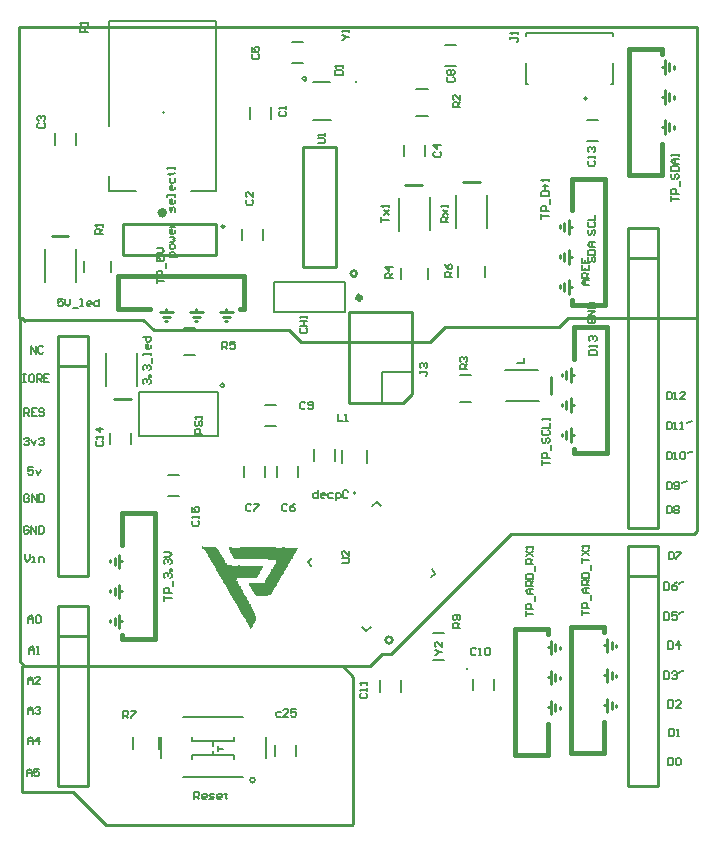
<source format=gto>
G04*
G04 #@! TF.GenerationSoftware,Altium Limited,Altium Designer,24.2.2 (26)*
G04*
G04 Layer_Color=65535*
%FSLAX44Y44*%
%MOMM*%
G71*
G04*
G04 #@! TF.SameCoordinates,124A1895-3AD2-4E28-9B74-7A6451F43074*
G04*
G04*
G04 #@! TF.FilePolarity,Positive*
G04*
G01*
G75*
%ADD10C,0.1524*%
%ADD11C,0.4000*%
%ADD12C,0.5080*%
%ADD13C,0.1000*%
%ADD14C,0.2540*%
%ADD15C,0.2000*%
%ADD16C,0.3810*%
%ADD17C,0.1270*%
%ADD18C,0.1999*%
%ADD19C,0.2286*%
%ADD20C,0.2032*%
%ADD21C,0.1778*%
G36*
X193562Y240492D02*
X202142Y240283D01*
X203118Y240422D01*
X208280Y240283D01*
X208838Y240143D01*
X209815Y239864D01*
X211977Y239934D01*
X212884Y239864D01*
X213302Y240004D01*
X214279Y240143D01*
X214976Y240422D01*
X215674Y240283D01*
X215883Y240073D01*
X215953Y239445D01*
X215674Y238748D01*
X215395Y238469D01*
X215116Y238329D01*
X214767Y237562D01*
X214488Y236446D01*
X213860Y235818D01*
X213581Y235679D01*
X213372Y235470D01*
X213232Y234911D01*
X213093Y233935D01*
X212326Y233168D01*
X212117Y233098D01*
X211837Y232400D01*
X211698Y231563D01*
X211070Y230796D01*
X210861Y230587D01*
X210721Y230308D01*
X210024Y229052D01*
X209466Y228494D01*
X209326Y227657D01*
X208908Y226960D01*
X208071Y226122D01*
X207931Y225704D01*
Y225564D01*
X207792Y224727D01*
X207443Y224239D01*
X207164Y224100D01*
X206955Y223890D01*
X206815Y223611D01*
X206536Y222914D01*
X205978Y221937D01*
X205699Y221658D01*
X205281Y220682D01*
X204862Y219984D01*
X204653Y219775D01*
X204374Y219635D01*
X204165Y219426D01*
X204025Y218868D01*
X203816Y217961D01*
X203467Y217473D01*
X202979Y217124D01*
X202630Y216775D01*
X202142Y215450D01*
X201932Y215241D01*
X201793Y214962D01*
X201514Y214683D01*
X201374Y214404D01*
X200677Y213148D01*
X200258Y212730D01*
X199979Y212032D01*
X199770Y211265D01*
X199561Y211056D01*
X199491Y210847D01*
X199212Y210707D01*
X198724Y210219D01*
X198445Y209521D01*
X198305Y208824D01*
X197677Y208056D01*
X197468Y207847D01*
X197329Y207568D01*
X196631Y206313D01*
X196352Y206033D01*
X196073Y205336D01*
X195445Y204150D01*
X195166Y204011D01*
X194818Y203662D01*
X194538Y202964D01*
X194329Y202057D01*
X194120Y201848D01*
X193981Y201569D01*
X193422Y201011D01*
X193283Y200732D01*
X192655Y199965D01*
X191679Y199686D01*
X190284Y199546D01*
X187912Y199267D01*
X186028Y199058D01*
X184912Y198919D01*
X184285Y198849D01*
X183866Y198988D01*
X183448Y198849D01*
X181913Y198988D01*
X180658Y199686D01*
X179541Y200802D01*
X179262Y200941D01*
X179053Y201151D01*
X178774Y202267D01*
X178635Y202964D01*
X178286Y203313D01*
X178007Y203453D01*
X177798Y203662D01*
X177519Y204638D01*
X177240Y205336D01*
X176542Y206033D01*
X176193Y206940D01*
X175844Y207428D01*
X175635Y207638D01*
X175356Y207777D01*
X175007Y208126D01*
X174868Y208684D01*
X175007Y209661D01*
X175217Y209870D01*
X175775Y210009D01*
X179820Y209870D01*
X180239Y210009D01*
X185889Y209940D01*
X186587Y210079D01*
X187284Y210358D01*
X188051Y210847D01*
X188191Y212102D01*
X188470Y212800D01*
X189447Y213358D01*
X189656Y213567D01*
X189586Y214753D01*
X189865Y215450D01*
X190144Y215590D01*
X190911Y216217D01*
X191121Y216985D01*
X191818Y217822D01*
X192167Y218729D01*
X192446Y219426D01*
X192934Y219914D01*
X193562Y220263D01*
X193701Y222077D01*
X194050Y222426D01*
X194748Y222844D01*
X194957Y223053D01*
X195096Y224169D01*
X195585Y224797D01*
X195864Y224937D01*
X196073Y225146D01*
X196352Y225844D01*
X196771Y226541D01*
X196980Y226750D01*
X197259Y226890D01*
X197468Y227099D01*
X197608Y227657D01*
X197747Y229750D01*
X197398Y230098D01*
X196422Y230238D01*
X194608Y230098D01*
X188470Y230378D01*
X177449Y230517D01*
X164684Y230587D01*
X163777Y230517D01*
X163359Y230657D01*
X162521Y230796D01*
X161894Y231284D01*
X161336Y232679D01*
X160359Y233656D01*
X160150Y234981D01*
X159801Y235470D01*
X159313Y235818D01*
X159104Y236028D01*
X158685Y237702D01*
X157709Y238678D01*
X157848Y240073D01*
X158197Y240422D01*
X158755Y240562D01*
X160080Y240352D01*
X161196Y240213D01*
X162731Y240073D01*
X163777Y240004D01*
X164196Y240143D01*
X166707Y240283D01*
X167125Y240422D01*
X167683Y240562D01*
X174449Y240631D01*
X193562Y240492D01*
D02*
G37*
G36*
X135317Y242096D02*
X135806Y241747D01*
X136503Y240492D01*
X137689Y240422D01*
X138108Y240562D01*
X139084Y240422D01*
X139503Y240283D01*
X141316Y240422D01*
X147245Y240492D01*
X147803Y239934D01*
X147943Y239655D01*
X148431Y239027D01*
X148710Y238888D01*
X148919Y238678D01*
X149199Y237981D01*
X149687Y237074D01*
X150384Y236655D01*
X150594Y236028D01*
X150733Y234772D01*
X151849Y234074D01*
X152128Y233098D01*
X152547Y232400D01*
X153105Y231842D01*
X153314Y231075D01*
X153523Y230587D01*
X154012Y230098D01*
X154291Y229959D01*
X154500Y229750D01*
X154639Y228773D01*
X154779Y228076D01*
X155267Y227587D01*
X155546Y227448D01*
X155895Y227099D01*
X156104Y226192D01*
X156383Y225495D01*
X157360Y225076D01*
X164963Y225007D01*
X165312Y225076D01*
X165730Y224937D01*
X167125Y225076D01*
X167544Y224937D01*
X186028Y225007D01*
X186587Y224867D01*
X186866Y224588D01*
X186726Y223472D01*
X186447Y223193D01*
X186377Y222984D01*
X186098Y222844D01*
X185610Y222356D01*
X185471Y221798D01*
X185122Y220891D01*
X184494Y220263D01*
X184215Y219566D01*
X184006Y218659D01*
X183657Y218171D01*
X183169Y217822D01*
X182959Y217613D01*
X182820Y217055D01*
X182680Y216078D01*
X182192Y215590D01*
X181913Y215450D01*
X180937Y214474D01*
X180309Y214404D01*
X179611Y214543D01*
X174101Y214613D01*
X173682Y214474D01*
X165591Y214334D01*
X164475Y214195D01*
X164265Y213985D01*
X163986Y213009D01*
X164126Y212311D01*
X164475Y211963D01*
X165172Y211544D01*
X165381Y211335D01*
X165870Y210009D01*
X166497Y209382D01*
X166707Y208475D01*
X166916Y207987D01*
X167404Y207498D01*
X167683Y207359D01*
X168032Y207010D01*
X168172Y205475D01*
X168520Y205127D01*
X169288Y204778D01*
X169567Y204080D01*
X169497Y202894D01*
X169915Y202476D01*
X170543Y202127D01*
X170822Y201430D01*
X170962Y200872D01*
X171590Y200104D01*
X171799Y199895D01*
X172078Y198919D01*
X172217Y198640D01*
X172706Y198151D01*
X172985Y198012D01*
X173333Y197663D01*
X173473Y195989D01*
X174589Y195291D01*
X174868Y194594D01*
X174728Y193478D01*
X175077Y193129D01*
X175844Y192780D01*
X176124Y192083D01*
X176263Y190967D01*
X176751Y190478D01*
X177030Y190339D01*
X177379Y189572D01*
X177588Y188665D01*
X177937Y188176D01*
X178495Y187618D01*
X178844Y186154D01*
X179193Y185665D01*
X179611Y185247D01*
X179890Y184549D01*
X180030Y183573D01*
X180727Y182596D01*
X181006Y181620D01*
X181146Y179806D01*
X181006Y178969D01*
X180658Y178620D01*
X180378Y178481D01*
X180030Y178132D01*
X179751Y177434D01*
X179611Y176458D01*
X179262Y175970D01*
X178983Y175830D01*
X178495Y175342D01*
X178216Y174365D01*
X177937Y173668D01*
X177658Y173389D01*
X177519Y173110D01*
X176821Y171854D01*
X176193Y171645D01*
X175426Y171994D01*
X175287Y172552D01*
X175147Y174086D01*
X174449Y174784D01*
X174310Y175063D01*
X173891Y176039D01*
X173752Y176597D01*
X173124Y177225D01*
X172845Y177365D01*
X172636Y177574D01*
X172357Y178271D01*
X172217Y178829D01*
X171241Y180225D01*
X170543Y181480D01*
X170125Y181899D01*
X169846Y182596D01*
X169706Y183154D01*
X169218Y183782D01*
X168939Y183922D01*
X168590Y184270D01*
X168311Y185247D01*
X168172Y185805D01*
X167334Y186642D01*
X166497Y188176D01*
X166079Y188595D01*
X165800Y189572D01*
X165242Y190548D01*
X165033Y190757D01*
X164754Y190897D01*
X164544Y191525D01*
X164265Y192641D01*
X164056Y192990D01*
X163777Y193129D01*
X163498Y193408D01*
X163289Y193478D01*
X163010Y194175D01*
X162661Y195082D01*
X162033Y195710D01*
X161615Y196686D01*
X161475Y196965D01*
X161126Y197454D01*
X160847Y197593D01*
X160638Y197803D01*
X160359Y198919D01*
X160080Y199616D01*
X159731Y199965D01*
X159452Y200104D01*
X159104Y200453D01*
X158755Y201918D01*
X157987Y202685D01*
X157011Y204499D01*
X156732Y204778D01*
X156244Y206103D01*
X156104Y206382D01*
X155825Y206522D01*
X155197Y207150D01*
X155058Y207708D01*
X154918Y208545D01*
X153942Y209521D01*
X153523Y210498D01*
X153105Y211195D01*
X152686Y211614D01*
X152407Y212311D01*
X151919Y213218D01*
X151640Y213358D01*
X151291Y213706D01*
X150873Y215380D01*
X150524Y215729D01*
X150245Y215869D01*
X149896Y216078D01*
X149617Y216775D01*
X149478Y217892D01*
X148501Y218868D01*
X148222Y219845D01*
X148083Y220403D01*
X147245Y221240D01*
X146966Y221937D01*
X146548Y222635D01*
X145850Y223332D01*
X145641Y224658D01*
X145432Y224867D01*
X145292Y225146D01*
X144455Y225704D01*
X144316Y226262D01*
X144107Y227169D01*
X143758Y227657D01*
X143060Y228355D01*
X142851Y229122D01*
X142572Y229820D01*
X142084Y230308D01*
X141944Y230587D01*
X141177Y232052D01*
X140898Y232191D01*
X140549Y232540D01*
X140410Y233098D01*
X140131Y234354D01*
X139154Y235330D01*
X139015Y235888D01*
X138805Y236655D01*
X138387Y237074D01*
X138108Y237213D01*
X137619Y237702D01*
X137480Y237981D01*
X137131Y238469D01*
X136852Y238608D01*
X135736Y239306D01*
X135178Y239445D01*
X134690Y239515D01*
Y241608D01*
Y241747D01*
X134760Y242236D01*
X135317Y242096D01*
D02*
G37*
D10*
X179714Y43338D02*
G03*
X179714Y43338I-2048J0D01*
G01*
X264922Y286639D02*
G03*
X264922Y286639I-762J0D01*
G01*
X153688Y377714D02*
G03*
X153688Y377714I-1796J0D01*
G01*
X223284Y637032D02*
G03*
X223284Y637032I-1796J0D01*
G01*
X214630Y63754D02*
Y73406D01*
X196850Y63754D02*
Y73406D01*
X382270Y119634D02*
Y129286D01*
X364490Y119634D02*
Y129286D01*
X144514Y72146D02*
Y76210D01*
X144387Y64526D02*
Y68082D01*
X126612Y64420D02*
X162172D01*
X126612Y76358D02*
X162172D01*
X118992Y45878D02*
X169792D01*
X118992Y96678D02*
X169792D01*
X148710Y70008D02*
X152774D01*
X148710Y67976D02*
Y72040D01*
X162172Y60864D02*
Y64420D01*
X126612Y60864D02*
Y64420D01*
Y76358D02*
Y79660D01*
X162172Y76358D02*
Y79660D01*
X188842Y62388D02*
Y80168D01*
X99942Y62388D02*
Y80168D01*
X274447Y311905D02*
Y323094D01*
X253873Y311905D02*
Y323094D01*
X81534Y334772D02*
Y371856D01*
Y334772D02*
X148590D01*
Y371856D01*
X81534D02*
X148590D01*
X247650Y313944D02*
Y323596D01*
X229870Y313944D02*
Y323596D01*
X57150Y327914D02*
Y337566D01*
X74930Y327914D02*
Y337566D01*
X188214Y360680D02*
X197866D01*
X188214Y342900D02*
X197866D01*
X2240Y465074D02*
Y493014D01*
X28240Y465328D02*
Y493268D01*
X391922Y390190D02*
X419862D01*
X392176Y364190D02*
X420116D01*
X353314Y386050D02*
X362966D01*
X353314Y363250D02*
X362966D01*
X460756Y602234D02*
X470408D01*
X460756Y584454D02*
X470408D01*
X105918Y283972D02*
X115570D01*
X105918Y301752D02*
X115570D01*
X76230Y69850D02*
Y79502D01*
X99030Y69850D02*
Y79502D01*
X330454Y144810D02*
X340106D01*
X330454Y167610D02*
X340106D01*
X285750Y118364D02*
Y128016D01*
X303530Y118364D02*
Y128016D01*
X170180Y299974D02*
Y309626D01*
X187960Y299974D02*
Y309626D01*
X215900Y299974D02*
Y309626D01*
X198120Y299974D02*
Y309626D01*
X224454Y228216D02*
X227719Y224325D01*
X224454Y228216D02*
X228345Y231481D01*
X273887Y169483D02*
X277778Y172748D01*
X270622Y173375D02*
X273887Y169483D01*
X329381Y222114D02*
X332646Y218223D01*
X328755Y214958D02*
X332646Y218223D01*
X282982Y278986D02*
X286248Y275094D01*
X279091Y275721D02*
X282982Y278986D01*
X303306Y467614D02*
Y477266D01*
X326106Y467614D02*
Y477266D01*
X351820Y469138D02*
Y478790D01*
X374620Y469138D02*
Y478790D01*
X301706Y508508D02*
Y536448D01*
X327706Y508762D02*
Y536702D01*
X350474Y510540D02*
Y538480D01*
X376474Y510794D02*
Y538734D01*
X316484Y628620D02*
X326136D01*
X316484Y605820D02*
X326136D01*
X340614Y665480D02*
X350266D01*
X340614Y647700D02*
X350266D01*
X211074Y668020D02*
X220726D01*
X211074Y650240D02*
X220726D01*
X80056Y377190D02*
Y405130D01*
X54056Y376936D02*
Y404876D01*
X119651Y426187D02*
X129303D01*
X119651Y403386D02*
X129303D01*
X168910Y500380D02*
Y510032D01*
X186690Y500380D02*
Y510032D01*
X306070Y571754D02*
Y581406D01*
X323850Y571754D02*
Y581406D01*
X175260Y603504D02*
Y613156D01*
X193040Y603504D02*
Y613156D01*
X57882Y473456D02*
Y483108D01*
X35082Y473456D02*
Y483108D01*
X10160Y581406D02*
Y591058D01*
X27940Y581406D02*
Y591058D01*
D11*
X103346Y523692D02*
G03*
X103346Y523692I-2000J0D01*
G01*
D12*
X269013Y451725D02*
G03*
X269013Y451725I-1270J0D01*
G01*
D13*
X360326Y137668D02*
G03*
X360326Y137668I-916J0D01*
G01*
X266346Y634492D02*
G03*
X266346Y634492I-916J0D01*
G01*
D14*
X296138Y161976D02*
G03*
X296138Y161976I-2840J0D01*
G01*
X266027Y472186D02*
G03*
X266027Y472186I-2540J0D01*
G01*
X153908Y512052D02*
G03*
X153908Y512052I-1000J0D01*
G01*
X327660Y414020D02*
X340360Y426720D01*
X218440Y414020D02*
X327660D01*
X444500Y434340D02*
X553720D01*
X436880Y426720D02*
X444500Y434340D01*
X340360Y426720D02*
X436880D01*
X208280Y424180D02*
X218440Y414020D01*
X93980Y424180D02*
X208280D01*
X85090Y433070D02*
X93980Y424180D01*
X-16510Y433070D02*
X85090D01*
X-17780Y434340D02*
X-15240Y431800D01*
X526796Y590423D02*
Y601853D01*
X524188Y596138D02*
X526796D01*
X530606Y592963D02*
Y599313D01*
X534416Y594926D02*
Y596773D01*
X526796Y615823D02*
Y627253D01*
X524188Y621538D02*
X526796D01*
X530606Y618363D02*
Y624713D01*
X534416Y620326D02*
Y622173D01*
X526796Y641223D02*
Y652653D01*
X524188Y646938D02*
X526796D01*
X530606Y643763D02*
Y650113D01*
X534416Y645726D02*
Y647573D01*
X-17780Y139700D02*
X276860D01*
X287020Y149860D01*
X294640D01*
X396240Y251460D01*
X553720Y254000D02*
Y434340D01*
X551180Y251460D02*
X553720Y254000D01*
X396240Y251460D02*
X551180D01*
X-19050Y143510D02*
X-15240Y139700D01*
X-19050Y143510D02*
Y434340D01*
X-15240Y139700D02*
X58420D01*
X-17780Y33020D02*
Y139700D01*
Y33020D02*
X25400D01*
X53340Y5080D01*
X261620D01*
X262873Y6333D01*
Y130827D01*
X254000Y139700D02*
X262873Y130827D01*
X58420Y139700D02*
X254000D01*
X-20320Y434340D02*
X-17780D01*
X-20320D02*
Y680720D01*
X553720D01*
Y431800D02*
Y680720D01*
X101600Y609290D02*
Y609370D01*
X259842Y439928D02*
X312928D01*
X259842Y362712D02*
Y439928D01*
X312928Y370078D02*
Y439928D01*
X305562Y362712D02*
X312928Y370078D01*
X259842Y362712D02*
X305562D01*
X495300Y256540D02*
X520700D01*
X495300D02*
Y485140D01*
X520700D01*
Y281940D02*
Y510540D01*
X495300D02*
X520700D01*
X495300Y281940D02*
Y510540D01*
X520700Y256540D02*
Y485140D01*
X7620Y503936D02*
X21844D01*
X154490Y431800D02*
X156337D01*
X152527Y435610D02*
X158877D01*
X155702Y439420D02*
Y442028D01*
X149987Y439420D02*
X161417D01*
X129090Y431800D02*
X130937D01*
X127127Y435610D02*
X133477D01*
X130302Y439420D02*
Y442028D01*
X124587Y439420D02*
X136017D01*
X103690Y431800D02*
X105537D01*
X101727Y435610D02*
X108077D01*
X104902Y439420D02*
Y442028D01*
X99187Y439420D02*
X110617D01*
X439420Y334899D02*
Y336746D01*
X443230Y332359D02*
Y338709D01*
X447040Y335534D02*
X449648D01*
X447040Y329819D02*
Y341249D01*
X439420Y360299D02*
Y362146D01*
X443230Y357759D02*
Y364109D01*
X447040Y360934D02*
X449648D01*
X447040Y355219D02*
Y366649D01*
X439420Y385699D02*
Y387546D01*
X443230Y383159D02*
Y389509D01*
X447040Y386334D02*
X449648D01*
X447040Y380619D02*
Y392049D01*
X57150Y177165D02*
Y179012D01*
X60960Y174625D02*
Y180975D01*
X64770Y177800D02*
X67378D01*
X64770Y172085D02*
Y183515D01*
X57150Y202565D02*
Y204412D01*
X60960Y200025D02*
Y206375D01*
X64770Y203200D02*
X67378D01*
X64770Y197485D02*
Y208915D01*
X57150Y227965D02*
Y229812D01*
X60960Y225425D02*
Y231775D01*
X64770Y228600D02*
X67378D01*
X64770Y222885D02*
Y234315D01*
X485902Y156268D02*
Y158115D01*
X482092Y154305D02*
Y160655D01*
X475674Y157480D02*
X478282D01*
Y151765D02*
Y163195D01*
X485902Y130868D02*
Y132715D01*
X482092Y128905D02*
Y135255D01*
X475674Y132080D02*
X478282D01*
Y126365D02*
Y137795D01*
X485902Y105468D02*
Y107315D01*
X482092Y103505D02*
Y109855D01*
X475674Y106680D02*
X478282D01*
Y100965D02*
Y112395D01*
X437896Y154490D02*
Y156337D01*
X434086Y152527D02*
Y158877D01*
X427668Y155702D02*
X430276D01*
Y149987D02*
Y161417D01*
X437896Y129090D02*
Y130937D01*
X434086Y127127D02*
Y133477D01*
X427668Y130302D02*
X430276D01*
Y124587D02*
Y136017D01*
X437896Y103690D02*
Y105537D01*
X434086Y101727D02*
Y108077D01*
X427668Y104902D02*
X430276D01*
Y99187D02*
Y110617D01*
X430784Y370586D02*
Y384810D01*
X307086Y547370D02*
X321310D01*
X355854Y549402D02*
X370078D01*
X60452Y366268D02*
X74676D01*
X67818Y514604D02*
X146558D01*
Y487934D02*
Y514604D01*
X67818Y487934D02*
Y514604D01*
Y487934D02*
X146558D01*
X495300Y215900D02*
X520700D01*
Y38100D02*
Y241300D01*
X495300D02*
X520700D01*
X495300Y38100D02*
Y241300D01*
Y38100D02*
X520700D01*
X437896Y460375D02*
Y462222D01*
X441706Y457835D02*
Y464185D01*
X445516Y461010D02*
X448124D01*
X445516Y455295D02*
Y466725D01*
X437896Y485775D02*
Y487622D01*
X441706Y483235D02*
Y489585D01*
X445516Y486410D02*
X448124D01*
X445516Y480695D02*
Y492125D01*
X437896Y511175D02*
Y513022D01*
X441706Y508635D02*
Y514985D01*
X445516Y511810D02*
X448124D01*
X445516Y506095D02*
Y517525D01*
X12700Y215900D02*
X38100D01*
X12700D02*
Y419100D01*
X38100D01*
Y215900D02*
Y419100D01*
X12700Y393700D02*
X38100D01*
X12700Y190500D02*
X25400D01*
X12700Y165100D02*
Y190500D01*
Y165100D02*
X38100D01*
Y38100D02*
Y165100D01*
X12700Y38100D02*
X38100D01*
X12700D02*
Y165100D01*
X38100D02*
Y190500D01*
X25400D02*
X38100D01*
D15*
X460824Y620492D02*
G03*
X460824Y620492I-1000J0D01*
G01*
D16*
X524256Y555498D02*
Y582168D01*
X496316Y555498D02*
X524256D01*
Y658368D02*
Y662178D01*
X496316D02*
X524256D01*
X496316Y555498D02*
Y662178D01*
X64262Y469900D02*
X170942D01*
Y441960D02*
Y469900D01*
X167132Y441960D02*
X170942D01*
X64262D02*
Y469900D01*
Y441960D02*
X90932D01*
X477520Y320294D02*
Y426974D01*
X449580Y320294D02*
X477520D01*
X449580D02*
Y324104D01*
Y426974D02*
X477520D01*
X449580Y400304D02*
Y426974D01*
X95250Y162560D02*
Y269240D01*
X67310Y162560D02*
X95250D01*
X67310D02*
Y166370D01*
Y269240D02*
X95250D01*
X67310Y242570D02*
Y269240D01*
X447802Y66040D02*
Y172720D01*
X475742D01*
Y168910D02*
Y172720D01*
X447802Y66040D02*
X475742D01*
Y92710D01*
X399796Y64262D02*
Y170942D01*
X427736D01*
Y167132D02*
Y170942D01*
X399796Y64262D02*
X427736D01*
Y90932D01*
X475996Y445770D02*
Y552450D01*
X448056Y445770D02*
X475996D01*
X448056D02*
Y449580D01*
Y552450D02*
X475996D01*
X448056Y525780D02*
Y552450D01*
D17*
X56600Y542370D02*
Y554426D01*
Y542370D02*
X79502D01*
X56600Y686370D02*
X146600D01*
Y542370D02*
Y686370D01*
X125730Y542370D02*
X146600D01*
X56600Y596870D02*
Y686370D01*
X287020Y388620D02*
X312420D01*
X287020Y363220D02*
Y388620D01*
X409324Y675992D02*
X483324D01*
X409324Y673292D02*
Y675992D01*
X483324Y673292D02*
Y675992D01*
X409324Y632992D02*
X411124D01*
X481524D02*
X483324D01*
X409324D02*
Y650542D01*
X483324Y632992D02*
Y650542D01*
D18*
X196159Y464820D02*
X255961D01*
Y439509D02*
Y464820D01*
X196159Y439509D02*
X255961D01*
X196159D02*
Y464820D01*
D19*
X248501Y477378D02*
Y579278D01*
X220815D02*
X248501D01*
X220815Y477378D02*
Y579278D01*
Y477378D02*
X248501D01*
D20*
X228840Y602234D02*
X243840D01*
X228600Y634746D02*
X243600D01*
D21*
X201844Y101260D02*
X198670D01*
X197612Y100202D01*
Y98086D01*
X198670Y97028D01*
X201844D01*
X208192D02*
X203960D01*
X208192Y101260D01*
Y102318D01*
X207134Y103376D01*
X205018D01*
X203960Y102318D01*
X214540Y103376D02*
X210308D01*
Y100202D01*
X212424Y101260D01*
X213482D01*
X214540Y100202D01*
Y98086D01*
X213482Y97028D01*
X211366D01*
X210308Y98086D01*
X530098Y236726D02*
Y230378D01*
X533272D01*
X534330Y231436D01*
Y235668D01*
X533272Y236726D01*
X530098D01*
X536446D02*
X540678D01*
Y235668D01*
X536446Y231436D01*
Y230378D01*
X530648Y86630D02*
Y80282D01*
X533822D01*
X534880Y81340D01*
Y85572D01*
X533822Y86630D01*
X530648D01*
X536996Y80282D02*
X539112D01*
X538054D01*
Y86630D01*
X536996Y85572D01*
X529590Y111032D02*
Y104685D01*
X532764D01*
X533822Y105743D01*
Y109974D01*
X532764Y111032D01*
X529590D01*
X540170Y104685D02*
X535938D01*
X540170Y108917D01*
Y109974D01*
X539112Y111032D01*
X536996D01*
X535938Y109974D01*
X526416Y135435D02*
Y129087D01*
X529590D01*
X530648Y130145D01*
Y134377D01*
X529590Y135435D01*
X526416D01*
X532764Y134377D02*
X533822Y135435D01*
X535938D01*
X536996Y134377D01*
Y133319D01*
X535938Y132261D01*
X534880D01*
X535938D01*
X536996Y131203D01*
Y130145D01*
X535938Y129087D01*
X533822D01*
X532764Y130145D01*
X539112Y134377D02*
X540170Y135435D01*
X542286D01*
X543344Y136493D01*
X529590Y160895D02*
Y154547D01*
X532764D01*
X533822Y155605D01*
Y159837D01*
X532764Y160895D01*
X529590D01*
X539112Y154547D02*
Y160895D01*
X535938Y157721D01*
X540170D01*
X526416Y185297D02*
Y178949D01*
X529590D01*
X530648Y180007D01*
Y184239D01*
X529590Y185297D01*
X526416D01*
X536996D02*
X532764D01*
Y182123D01*
X534880Y183181D01*
X535938D01*
X536996Y182123D01*
Y180007D01*
X535938Y178949D01*
X533822D01*
X532764Y180007D01*
X539112Y184239D02*
X540170Y185297D01*
X542286D01*
X543344Y186355D01*
X526416Y210758D02*
Y204410D01*
X529590D01*
X530648Y205468D01*
Y209700D01*
X529590Y210758D01*
X526416D01*
X536996D02*
X534880Y209700D01*
X532764Y207584D01*
Y205468D01*
X533822Y204410D01*
X535938D01*
X536996Y205468D01*
Y206526D01*
X535938Y207584D01*
X532764D01*
X539112Y209700D02*
X540170Y210758D01*
X542286D01*
X543344Y211816D01*
X529590Y62228D02*
Y55880D01*
X532764D01*
X533822Y56938D01*
Y61170D01*
X532764Y62228D01*
X529590D01*
X535938Y61170D02*
X536996Y62228D01*
X539112D01*
X540170Y61170D01*
Y56938D01*
X539112Y55880D01*
X536996D01*
X535938Y56938D01*
Y61170D01*
X-9906Y404368D02*
Y410716D01*
X-5674Y404368D01*
Y410716D01*
X674Y409658D02*
X-384Y410716D01*
X-2500D01*
X-3558Y409658D01*
Y405426D01*
X-2500Y404368D01*
X-384D01*
X674Y405426D01*
X-16510Y386840D02*
X-14394D01*
X-15452D01*
Y380492D01*
X-16510D01*
X-14394D01*
X-8046Y386840D02*
X-10162D01*
X-11220Y385782D01*
Y381550D01*
X-10162Y380492D01*
X-8046D01*
X-6988Y381550D01*
Y385782D01*
X-8046Y386840D01*
X-4872Y380492D02*
Y386840D01*
X-1698D01*
X-640Y385782D01*
Y383666D01*
X-1698Y382608D01*
X-4872D01*
X-2756D02*
X-640Y380492D01*
X5708Y386840D02*
X1476D01*
Y380492D01*
X5708D01*
X1476Y383666D02*
X3592D01*
X462884Y509438D02*
X461827Y508380D01*
Y506264D01*
X462884Y505206D01*
X463942D01*
X465000Y506264D01*
Y508380D01*
X466059Y509438D01*
X467116D01*
X468174Y508380D01*
Y506264D01*
X467116Y505206D01*
X462884Y515786D02*
X461827Y514728D01*
Y512612D01*
X462884Y511554D01*
X467116D01*
X468174Y512612D01*
Y514728D01*
X467116Y515786D01*
X461827Y517902D02*
X468174D01*
Y522134D01*
X462884Y486070D02*
X461827Y485012D01*
Y482896D01*
X462884Y481838D01*
X463942D01*
X465000Y482896D01*
Y485012D01*
X466059Y486070D01*
X467116D01*
X468174Y485012D01*
Y482896D01*
X467116Y481838D01*
X461827Y488186D02*
X468174D01*
Y491360D01*
X467116Y492418D01*
X462884D01*
X461827Y491360D01*
Y488186D01*
X468174Y494534D02*
X463942D01*
X461827Y496650D01*
X463942Y498766D01*
X468174D01*
X465000D01*
Y494534D01*
X462788Y462534D02*
X458556D01*
X456440Y464650D01*
X458556Y466766D01*
X462788D01*
X459614D01*
Y462534D01*
X462788Y468882D02*
X456440D01*
Y472056D01*
X457498Y473114D01*
X459614D01*
X460672Y472056D01*
Y468882D01*
Y470998D02*
X462788Y473114D01*
X456440Y479462D02*
Y475230D01*
X462788D01*
Y479462D01*
X459614Y475230D02*
Y477346D01*
X456440Y485810D02*
Y481578D01*
X459614D01*
Y483694D01*
Y481578D01*
X462788D01*
X462884Y434508D02*
X461827Y433450D01*
Y431334D01*
X462884Y430276D01*
X467116D01*
X468174Y431334D01*
Y433450D01*
X467116Y434508D01*
X465000D01*
Y432392D01*
X468174Y436624D02*
X461827D01*
X468174Y440856D01*
X461827D01*
Y442972D02*
X468174D01*
Y446146D01*
X467116Y447204D01*
X462884D01*
X461827Y446146D01*
Y442972D01*
X462724Y403352D02*
X469072D01*
Y406526D01*
X468014Y407584D01*
X463782D01*
X462724Y406526D01*
Y403352D01*
X469072Y409700D02*
Y411816D01*
Y410758D01*
X462724D01*
X463782Y409700D01*
Y414990D02*
X462724Y416048D01*
Y418164D01*
X463782Y419222D01*
X464840D01*
X465898Y418164D01*
Y417106D01*
Y418164D01*
X466956Y419222D01*
X468014D01*
X469072Y418164D01*
Y416048D01*
X468014Y414990D01*
X528320Y372108D02*
Y365760D01*
X531494D01*
X532552Y366818D01*
Y371050D01*
X531494Y372108D01*
X528320D01*
X534668Y365760D02*
X536784D01*
X535726D01*
Y372108D01*
X534668Y371050D01*
X544190Y365760D02*
X539958D01*
X544190Y369992D01*
Y371050D01*
X543132Y372108D01*
X541016D01*
X539958Y371050D01*
X528320Y346708D02*
Y340360D01*
X531494D01*
X532552Y341418D01*
Y345650D01*
X531494Y346708D01*
X528320D01*
X534668Y340360D02*
X536784D01*
X535726D01*
Y346708D01*
X534668Y345650D01*
X539958Y340360D02*
X542074D01*
X541016D01*
Y346708D01*
X539958Y345650D01*
X545248D02*
X546306Y346708D01*
X548422D01*
X549480Y347766D01*
X528320Y321308D02*
Y314960D01*
X531494D01*
X532552Y316018D01*
Y320250D01*
X531494Y321308D01*
X528320D01*
X534668Y314960D02*
X536784D01*
X535726D01*
Y321308D01*
X534668Y320250D01*
X539958D02*
X541016Y321308D01*
X543132D01*
X544190Y320250D01*
Y316018D01*
X543132Y314960D01*
X541016D01*
X539958Y316018D01*
Y320250D01*
X546306D02*
X547364Y321308D01*
X549480D01*
X550538Y322366D01*
X528320Y295908D02*
Y289560D01*
X531494D01*
X532552Y290618D01*
Y294850D01*
X531494Y295908D01*
X528320D01*
X534668Y290618D02*
X535726Y289560D01*
X537842D01*
X538900Y290618D01*
Y294850D01*
X537842Y295908D01*
X535726D01*
X534668Y294850D01*
Y293792D01*
X535726Y292734D01*
X538900D01*
X541016Y294850D02*
X542074Y295908D01*
X544190D01*
X545248Y296966D01*
X528320Y275588D02*
Y269240D01*
X531494D01*
X532552Y270298D01*
Y274530D01*
X531494Y275588D01*
X528320D01*
X534668Y274530D02*
X535726Y275588D01*
X537842D01*
X538900Y274530D01*
Y273472D01*
X537842Y272414D01*
X538900Y271356D01*
Y270298D01*
X537842Y269240D01*
X535726D01*
X534668Y270298D01*
Y271356D01*
X535726Y272414D01*
X534668Y273472D01*
Y274530D01*
X535726Y272414D02*
X537842D01*
X-15494Y351790D02*
Y358138D01*
X-12320D01*
X-11262Y357080D01*
Y354964D01*
X-12320Y353906D01*
X-15494D01*
X-13378D02*
X-11262Y351790D01*
X-4914Y358138D02*
X-9146D01*
Y351790D01*
X-4914D01*
X-9146Y354964D02*
X-7030D01*
X1434Y357080D02*
X376Y358138D01*
X-1740D01*
X-2798Y357080D01*
Y356022D01*
X-1740Y354964D01*
X376D01*
X1434Y353906D01*
Y352848D01*
X376Y351790D01*
X-1740D01*
X-2798Y352848D01*
X-14986Y234440D02*
Y230208D01*
X-12870Y228092D01*
X-10754Y230208D01*
Y234440D01*
X-8638Y228092D02*
X-6522D01*
X-7580D01*
Y232324D01*
X-8638D01*
X-3348Y228092D02*
Y232324D01*
X-174D01*
X884Y231266D01*
Y228092D01*
X-11770Y257258D02*
X-12828Y258316D01*
X-14944D01*
X-16002Y257258D01*
Y253026D01*
X-14944Y251968D01*
X-12828D01*
X-11770Y253026D01*
Y255142D01*
X-13886D01*
X-9654Y251968D02*
Y258316D01*
X-5422Y251968D01*
Y258316D01*
X-3306D02*
Y251968D01*
X-132D01*
X926Y253026D01*
Y257258D01*
X-132Y258316D01*
X-3306D01*
X-11262Y284182D02*
X-12320Y285240D01*
X-14436D01*
X-15494Y284182D01*
Y279950D01*
X-14436Y278892D01*
X-12320D01*
X-11262Y279950D01*
Y282066D01*
X-13378D01*
X-9146Y278892D02*
Y285240D01*
X-4914Y278892D01*
Y285240D01*
X-2798D02*
Y278892D01*
X376D01*
X1434Y279950D01*
Y284182D01*
X376Y285240D01*
X-2798D01*
X-7960Y308354D02*
X-12192D01*
Y305180D01*
X-10076Y306238D01*
X-9018D01*
X-7960Y305180D01*
Y303064D01*
X-9018Y302006D01*
X-11134D01*
X-12192Y303064D01*
X-5844Y306238D02*
X-3728Y302006D01*
X-1612Y306238D01*
X-15748Y332188D02*
X-14690Y333246D01*
X-12574D01*
X-11516Y332188D01*
Y331130D01*
X-12574Y330072D01*
X-13632D01*
X-12574D01*
X-11516Y329014D01*
Y327956D01*
X-12574Y326898D01*
X-14690D01*
X-15748Y327956D01*
X-9400Y331130D02*
X-7284Y326898D01*
X-5168Y331130D01*
X-3052Y332188D02*
X-1994Y333246D01*
X122D01*
X1180Y332188D01*
Y331130D01*
X122Y330072D01*
X-936D01*
X122D01*
X1180Y329014D01*
Y327956D01*
X122Y326898D01*
X-1994D01*
X-3052Y327956D01*
X-13462Y46482D02*
Y50714D01*
X-11346Y52830D01*
X-9230Y50714D01*
Y46482D01*
Y49656D01*
X-13462D01*
X-2882Y52830D02*
X-7114D01*
Y49656D01*
X-4998Y50714D01*
X-3940D01*
X-2882Y49656D01*
Y47540D01*
X-3940Y46482D01*
X-6056D01*
X-7114Y47540D01*
X-12700Y73660D02*
Y77892D01*
X-10584Y80008D01*
X-8468Y77892D01*
Y73660D01*
Y76834D01*
X-12700D01*
X-3178Y73660D02*
Y80008D01*
X-6352Y76834D01*
X-2120D01*
X-12446Y99314D02*
Y103546D01*
X-10330Y105662D01*
X-8214Y103546D01*
Y99314D01*
Y102488D01*
X-12446D01*
X-6098Y104604D02*
X-5040Y105662D01*
X-2924D01*
X-1866Y104604D01*
Y103546D01*
X-2924Y102488D01*
X-3982D01*
X-2924D01*
X-1866Y101430D01*
Y100372D01*
X-2924Y99314D01*
X-5040D01*
X-6098Y100372D01*
X-12700Y124714D02*
Y128946D01*
X-10584Y131062D01*
X-8468Y128946D01*
Y124714D01*
Y127888D01*
X-12700D01*
X-2120Y124714D02*
X-6352D01*
X-2120Y128946D01*
Y130004D01*
X-3178Y131062D01*
X-5294D01*
X-6352Y130004D01*
X-12192Y176530D02*
Y180762D01*
X-10076Y182878D01*
X-7960Y180762D01*
Y176530D01*
Y179704D01*
X-12192D01*
X-5844Y181820D02*
X-4786Y182878D01*
X-2670D01*
X-1612Y181820D01*
Y177588D01*
X-2670Y176530D01*
X-4786D01*
X-5844Y177588D01*
Y181820D01*
X-11430Y150368D02*
Y154600D01*
X-9314Y156716D01*
X-7198Y154600D01*
Y150368D01*
Y153542D01*
X-11430D01*
X-5082Y150368D02*
X-2966D01*
X-4024D01*
Y156716D01*
X-5082Y155658D01*
X249768Y353694D02*
Y347346D01*
X254000D01*
X256116D02*
X258232D01*
X257174D01*
Y353694D01*
X256116Y352636D01*
X233260Y288712D02*
Y282364D01*
X230086D01*
X229028Y283422D01*
Y285538D01*
X230086Y286596D01*
X233260D01*
X238550Y282364D02*
X236434D01*
X235376Y283422D01*
Y285538D01*
X236434Y286596D01*
X238550D01*
X239608Y285538D01*
Y284480D01*
X235376D01*
X245956Y286596D02*
X242782D01*
X241724Y285538D01*
Y283422D01*
X242782Y282364D01*
X245956D01*
X248072Y280248D02*
Y286596D01*
X251246D01*
X252304Y285538D01*
Y283422D01*
X251246Y282364D01*
X248072D01*
X258652Y287654D02*
X257594Y288712D01*
X255478D01*
X254420Y287654D01*
Y283422D01*
X255478Y282364D01*
X257594D01*
X258652Y283422D01*
X127424Y262997D02*
X126366Y261939D01*
Y259823D01*
X127424Y258765D01*
X131656D01*
X132714Y259823D01*
Y261939D01*
X131656Y262997D01*
X132714Y265113D02*
Y267229D01*
Y266171D01*
X126366D01*
X127424Y265113D01*
X126366Y274635D02*
Y270403D01*
X129540D01*
X128482Y272519D01*
Y273577D01*
X129540Y274635D01*
X131656D01*
X132714Y273577D01*
Y271461D01*
X131656Y270403D01*
X46144Y330307D02*
X45086Y329249D01*
Y327133D01*
X46144Y326075D01*
X50376D01*
X51434Y327133D01*
Y329249D01*
X50376Y330307D01*
X51434Y332423D02*
Y334539D01*
Y333481D01*
X45086D01*
X46144Y332423D01*
X51434Y340887D02*
X45086D01*
X48260Y337713D01*
Y341945D01*
X462704Y567797D02*
X461646Y566739D01*
Y564623D01*
X462704Y563565D01*
X466936D01*
X467994Y564623D01*
Y566739D01*
X466936Y567797D01*
X467994Y569913D02*
Y572029D01*
Y570971D01*
X461646D01*
X462704Y569913D01*
Y575203D02*
X461646Y576261D01*
Y578377D01*
X462704Y579435D01*
X463762D01*
X464820Y578377D01*
Y577319D01*
Y578377D01*
X465878Y579435D01*
X466936D01*
X467994Y578377D01*
Y576261D01*
X466936Y575203D01*
X332106Y149650D02*
X333164D01*
X335280Y151766D01*
X333164Y153882D01*
X332106D01*
X335280Y151766D02*
X338454D01*
Y160230D02*
Y155998D01*
X334222Y160230D01*
X333164D01*
X332106Y159172D01*
Y157056D01*
X333164Y155998D01*
X253366Y670138D02*
X254424D01*
X256540Y672254D01*
X254424Y674370D01*
X253366D01*
X256540Y672254D02*
X259714D01*
Y676486D02*
Y678602D01*
Y677544D01*
X253366D01*
X254424Y676486D01*
X253366Y227120D02*
X258656D01*
X259714Y228178D01*
Y230294D01*
X258656Y231352D01*
X253366D01*
X259714Y237700D02*
Y233468D01*
X255482Y237700D01*
X254424D01*
X253366Y236642D01*
Y234526D01*
X254424Y233468D01*
X233046Y582508D02*
X238336D01*
X239394Y583566D01*
Y585682D01*
X238336Y586740D01*
X233046D01*
X239394Y588856D02*
Y590972D01*
Y589914D01*
X233046D01*
X234104Y588856D01*
X286894Y515580D02*
Y519812D01*
Y517696D01*
X293242D01*
X289010Y521928D02*
X293242Y526160D01*
X291126Y524044D01*
X289010Y526160D01*
X293242Y521928D01*
Y528276D02*
Y530392D01*
Y529334D01*
X286894D01*
X287952Y528276D01*
X532237Y533618D02*
Y537850D01*
Y535734D01*
X538585D01*
Y539966D02*
X532237D01*
Y543140D01*
X533295Y544198D01*
X535411D01*
X536469Y543140D01*
Y539966D01*
X539643Y546314D02*
Y550546D01*
X533295Y556894D02*
X532237Y555836D01*
Y553720D01*
X533295Y552662D01*
X534353D01*
X535411Y553720D01*
Y555836D01*
X536469Y556894D01*
X537527D01*
X538585Y555836D01*
Y553720D01*
X537527Y552662D01*
X532237Y559010D02*
X538585D01*
Y562184D01*
X537527Y563242D01*
X533295D01*
X532237Y562184D01*
Y559010D01*
X538585Y565358D02*
X534353D01*
X532237Y567474D01*
X534353Y569590D01*
X538585D01*
X535411D01*
Y565358D01*
X538585Y571706D02*
Y573822D01*
Y572764D01*
X532237D01*
X533295Y571706D01*
X423017Y310098D02*
Y314330D01*
Y312214D01*
X429365D01*
Y316446D02*
X423017D01*
Y319620D01*
X424075Y320678D01*
X426191D01*
X427249Y319620D01*
Y316446D01*
X430423Y322794D02*
Y327026D01*
X424075Y333374D02*
X423017Y332316D01*
Y330200D01*
X424075Y329142D01*
X425133D01*
X426191Y330200D01*
Y332316D01*
X427249Y333374D01*
X428307D01*
X429365Y332316D01*
Y330200D01*
X428307Y329142D01*
X424075Y339722D02*
X423017Y338664D01*
Y336548D01*
X424075Y335490D01*
X428307D01*
X429365Y336548D01*
Y338664D01*
X428307Y339722D01*
X423017Y341838D02*
X429365D01*
Y346070D01*
Y348186D02*
Y350302D01*
Y349244D01*
X423017D01*
X424075Y348186D01*
X422404Y518668D02*
Y522900D01*
Y520784D01*
X428752D01*
Y525016D02*
X422404D01*
Y528190D01*
X423462Y529248D01*
X425578D01*
X426636Y528190D01*
Y525016D01*
X429810Y531364D02*
Y535596D01*
X422404Y537712D02*
X428752D01*
Y540886D01*
X427694Y541944D01*
X423462D01*
X422404Y540886D01*
Y537712D01*
X425578Y544060D02*
Y548292D01*
X423462Y546176D02*
X427694D01*
X428752Y550408D02*
Y552524D01*
Y551466D01*
X422404D01*
X423462Y550408D01*
X456587Y183113D02*
Y187346D01*
Y185229D01*
X462935D01*
Y189461D02*
X456587D01*
Y192635D01*
X457645Y193693D01*
X459761D01*
X460819Y192635D01*
Y189461D01*
X463993Y195809D02*
Y200041D01*
X462935Y202157D02*
X458703D01*
X456587Y204273D01*
X458703Y206389D01*
X462935D01*
X459761D01*
Y202157D01*
X462935Y208505D02*
X456587D01*
Y211679D01*
X457645Y212737D01*
X459761D01*
X460819Y211679D01*
Y208505D01*
Y210621D02*
X462935Y212737D01*
X456587Y214853D02*
X462935D01*
Y218027D01*
X461877Y219085D01*
X457645D01*
X456587Y218027D01*
Y214853D01*
X463993Y221201D02*
Y225433D01*
X456587Y227549D02*
Y231781D01*
Y229665D01*
X462935D01*
X456587Y233897D02*
X462935Y238129D01*
X456587D02*
X462935Y233897D01*
Y240245D02*
Y242361D01*
Y241303D01*
X456587D01*
X457645Y240245D01*
X409301Y182212D02*
Y186444D01*
Y184328D01*
X415649D01*
Y188560D02*
X409301D01*
Y191734D01*
X410359Y192792D01*
X412475D01*
X413533Y191734D01*
Y188560D01*
X416707Y194908D02*
Y199140D01*
X415649Y201256D02*
X411417D01*
X409301Y203372D01*
X411417Y205488D01*
X415649D01*
X412475D01*
Y201256D01*
X415649Y207604D02*
X409301D01*
Y210778D01*
X410359Y211836D01*
X412475D01*
X413533Y210778D01*
Y207604D01*
Y209720D02*
X415649Y211836D01*
X409301Y213952D02*
X415649D01*
Y217126D01*
X414591Y218184D01*
X410359D01*
X409301Y217126D01*
Y213952D01*
X416707Y220300D02*
Y224532D01*
X415649Y226648D02*
X409301D01*
Y229822D01*
X410359Y230880D01*
X412475D01*
X413533Y229822D01*
Y226648D01*
Y228764D02*
X415649Y230880D01*
X409301Y232996D02*
X415649Y237228D01*
X409301D02*
X415649Y232996D01*
Y239344D02*
Y241460D01*
Y240402D01*
X409301D01*
X410359Y239344D01*
X96881Y463978D02*
Y468210D01*
Y466094D01*
X103229D01*
Y470326D02*
X96881D01*
Y473500D01*
X97939Y474558D01*
X100055D01*
X101113Y473500D01*
Y470326D01*
X104287Y476674D02*
Y480906D01*
X96881Y487254D02*
Y483022D01*
X100055D01*
X98997Y485138D01*
Y486196D01*
X100055Y487254D01*
X102171D01*
X103229Y486196D01*
Y484080D01*
X102171Y483022D01*
X96881Y489370D02*
X101113D01*
X103229Y491486D01*
X101113Y493602D01*
X96881D01*
X102977Y195269D02*
Y199501D01*
Y197385D01*
X109325D01*
Y201617D02*
X102977D01*
Y204791D01*
X104035Y205849D01*
X106151D01*
X107209Y204791D01*
Y201617D01*
X110383Y207965D02*
Y212197D01*
X104035Y214313D02*
X102977Y215371D01*
Y217487D01*
X104035Y218545D01*
X105093D01*
X106151Y217487D01*
Y216429D01*
Y217487D01*
X107209Y218545D01*
X108267D01*
X109325Y217487D01*
Y215371D01*
X108267Y214313D01*
X109325Y220661D02*
X108267D01*
Y221719D01*
X109325D01*
Y220661D01*
X104035Y225951D02*
X102977Y227009D01*
Y229125D01*
X104035Y230183D01*
X105093D01*
X106151Y229125D01*
Y228067D01*
Y229125D01*
X107209Y230183D01*
X108267D01*
X109325Y229125D01*
Y227009D01*
X108267Y225951D01*
X102977Y232299D02*
X107209D01*
X109325Y234415D01*
X107209Y236531D01*
X102977D01*
X343534Y515580D02*
X337186D01*
Y518754D01*
X338244Y519812D01*
X340360D01*
X341418Y518754D01*
Y515580D01*
Y517696D02*
X343534Y519812D01*
X339302Y521928D02*
X343534Y526160D01*
X341418Y524044D01*
X339302Y526160D01*
X343534Y521928D01*
Y528276D02*
Y530392D01*
Y529334D01*
X337186D01*
X338244Y528276D01*
X128486Y27306D02*
Y33654D01*
X131660D01*
X132718Y32596D01*
Y30480D01*
X131660Y29422D01*
X128486D01*
X130602D02*
X132718Y27306D01*
X138008D02*
X135892D01*
X134834Y28364D01*
Y30480D01*
X135892Y31538D01*
X138008D01*
X139066Y30480D01*
Y29422D01*
X134834D01*
X141182Y27306D02*
X144356D01*
X145414Y28364D01*
X144356Y29422D01*
X142240D01*
X141182Y30480D01*
X142240Y31538D01*
X145414D01*
X150704Y27306D02*
X148588D01*
X147530Y28364D01*
Y30480D01*
X148588Y31538D01*
X150704D01*
X151762Y30480D01*
Y29422D01*
X147530D01*
X154936Y32596D02*
Y31538D01*
X153878D01*
X155994D01*
X154936D01*
Y28364D01*
X155994Y27306D01*
X353694Y172510D02*
X347346D01*
Y175684D01*
X348404Y176742D01*
X350520D01*
X351578Y175684D01*
Y172510D01*
Y174626D02*
X353694Y176742D01*
X352636Y178858D02*
X353694Y179916D01*
Y182032D01*
X352636Y183090D01*
X348404D01*
X347346Y182032D01*
Y179916D01*
X348404Y178858D01*
X349462D01*
X350520Y179916D01*
Y183090D01*
X68370Y95886D02*
Y102234D01*
X71544D01*
X72602Y101176D01*
Y99060D01*
X71544Y98002D01*
X68370D01*
X70486D02*
X72602Y95886D01*
X74718Y102234D02*
X78950D01*
Y101176D01*
X74718Y96944D01*
Y95886D01*
X346836Y469436D02*
X340488D01*
Y472610D01*
X341546Y473668D01*
X343662D01*
X344720Y472610D01*
Y469436D01*
Y471552D02*
X346836Y473668D01*
X340488Y480016D02*
X341546Y477900D01*
X343662Y475784D01*
X345778D01*
X346836Y476842D01*
Y478958D01*
X345778Y480016D01*
X344720D01*
X343662Y478958D01*
Y475784D01*
X152190Y408306D02*
Y414654D01*
X155364D01*
X156422Y413596D01*
Y411480D01*
X155364Y410422D01*
X152190D01*
X154306D02*
X156422Y408306D01*
X162770Y414654D02*
X158538D01*
Y411480D01*
X160654Y412538D01*
X161712D01*
X162770Y411480D01*
Y409364D01*
X161712Y408306D01*
X159596D01*
X158538Y409364D01*
X296544Y468166D02*
X290196D01*
Y471340D01*
X291254Y472398D01*
X293370D01*
X294428Y471340D01*
Y468166D01*
Y470282D02*
X296544Y472398D01*
Y477688D02*
X290196D01*
X293370Y474514D01*
Y478746D01*
X359790Y391204D02*
X353442D01*
Y394378D01*
X354500Y395436D01*
X356616D01*
X357674Y394378D01*
Y391204D01*
Y393320D02*
X359790Y395436D01*
X354500Y397552D02*
X353442Y398610D01*
Y400726D01*
X354500Y401784D01*
X355558D01*
X356616Y400726D01*
Y399668D01*
Y400726D01*
X357674Y401784D01*
X358732D01*
X359790Y400726D01*
Y398610D01*
X358732Y397552D01*
X353736Y612938D02*
X347388D01*
Y616111D01*
X348446Y617169D01*
X350562D01*
X351620Y616111D01*
Y612938D01*
Y615053D02*
X353736Y617169D01*
Y623517D02*
Y619286D01*
X349504Y623517D01*
X348446D01*
X347388Y622459D01*
Y620344D01*
X348446Y619286D01*
X51180Y505546D02*
X44832D01*
Y508720D01*
X45890Y509778D01*
X48006D01*
X49064Y508720D01*
Y505546D01*
Y507662D02*
X51180Y509778D01*
Y511894D02*
Y514010D01*
Y512952D01*
X44832D01*
X45890Y511894D01*
X135254Y336764D02*
X128906D01*
Y339938D01*
X129964Y340996D01*
X132080D01*
X133138Y339938D01*
Y336764D01*
X129964Y347344D02*
X128906Y346286D01*
Y344170D01*
X129964Y343112D01*
X131022D01*
X132080Y344170D01*
Y346286D01*
X133138Y347344D01*
X134196D01*
X135254Y346286D01*
Y344170D01*
X134196Y343112D01*
X135254Y349460D02*
Y351576D01*
Y350518D01*
X128906D01*
X129964Y349460D01*
X113960Y486676D02*
X107612D01*
Y489850D01*
X108670Y490908D01*
X110786D01*
X111844Y489850D01*
Y486676D01*
Y494082D02*
Y496198D01*
X110786Y497256D01*
X108670D01*
X107612Y496198D01*
Y494082D01*
X108670Y493024D01*
X110786D01*
X111844Y494082D01*
X107612Y499372D02*
X110786D01*
X111844Y500430D01*
X110786Y501488D01*
X111844Y502546D01*
X110786Y503604D01*
X107612D01*
X111844Y508894D02*
Y506778D01*
X110786Y505720D01*
X108670D01*
X107612Y506778D01*
Y508894D01*
X108670Y509952D01*
X109728D01*
Y505720D01*
X107612Y512068D02*
X111844D01*
X109728D01*
X108670Y513126D01*
X107612Y514184D01*
Y515242D01*
X111844Y524764D02*
Y527938D01*
X110786Y528996D01*
X109728Y527938D01*
Y525822D01*
X108670Y524764D01*
X107612Y525822D01*
Y528996D01*
X111844Y534286D02*
Y532170D01*
X110786Y531112D01*
X108670D01*
X107612Y532170D01*
Y534286D01*
X108670Y535344D01*
X109728D01*
Y531112D01*
X111844Y537460D02*
Y539576D01*
Y538518D01*
X105496D01*
Y537460D01*
X111844Y545924D02*
Y543808D01*
X110786Y542750D01*
X108670D01*
X107612Y543808D01*
Y545924D01*
X108670Y546982D01*
X109728D01*
Y542750D01*
X107612Y553330D02*
Y550156D01*
X108670Y549098D01*
X110786D01*
X111844Y550156D01*
Y553330D01*
X106554Y556504D02*
X107612D01*
Y555446D01*
Y557562D01*
Y556504D01*
X110786D01*
X111844Y557562D01*
Y560736D02*
Y562852D01*
Y561794D01*
X105496D01*
X106554Y560736D01*
X38100Y676656D02*
X31752D01*
Y679830D01*
X32810Y680888D01*
X34926D01*
X35984Y679830D01*
Y676656D01*
X38100Y683004D02*
Y685120D01*
Y684062D01*
X31752D01*
X32810Y683004D01*
X319406Y390102D02*
Y387986D01*
Y389044D01*
X324696D01*
X325754Y387986D01*
Y386928D01*
X324696Y385870D01*
X320464Y392218D02*
X319406Y393276D01*
Y395392D01*
X320464Y396450D01*
X321522D01*
X322580Y395392D01*
Y394334D01*
Y395392D01*
X323638Y396450D01*
X324696D01*
X325754Y395392D01*
Y393276D01*
X324696Y392218D01*
X396160Y672592D02*
Y670476D01*
Y671534D01*
X401450D01*
X402508Y670476D01*
Y669418D01*
X401450Y668360D01*
X402508Y674708D02*
Y676824D01*
Y675766D01*
X396160D01*
X397218Y674708D01*
X401702Y396918D02*
X408050D01*
Y401150D01*
X247778Y640166D02*
X254126D01*
Y643340D01*
X253068Y644398D01*
X248836D01*
X247778Y643340D01*
Y640166D01*
X254126Y646514D02*
Y648630D01*
Y647572D01*
X247778D01*
X248836Y646514D01*
X218864Y426086D02*
X217806Y425028D01*
Y422912D01*
X218864Y421854D01*
X223096D01*
X224154Y422912D01*
Y425028D01*
X223096Y426086D01*
X217806Y428202D02*
X224154D01*
X220980D01*
Y432434D01*
X217806D01*
X224154D01*
Y434550D02*
Y436666D01*
Y435608D01*
X217806D01*
X218864Y434550D01*
X269664Y116735D02*
X268606Y115677D01*
Y113561D01*
X269664Y112503D01*
X273896D01*
X274954Y113561D01*
Y115677D01*
X273896Y116735D01*
X274954Y118851D02*
Y120967D01*
Y119909D01*
X268606D01*
X269664Y118851D01*
X274954Y124141D02*
Y126257D01*
Y125199D01*
X268606D01*
X269664Y124141D01*
X367137Y154516D02*
X366079Y155574D01*
X363963D01*
X362905Y154516D01*
Y150284D01*
X363963Y149226D01*
X366079D01*
X367137Y150284D01*
X369253Y149226D02*
X371369D01*
X370311D01*
Y155574D01*
X369253Y154516D01*
X374543D02*
X375601Y155574D01*
X377717D01*
X378775Y154516D01*
Y150284D01*
X377717Y149226D01*
X375601D01*
X374543Y150284D01*
Y154516D01*
X222462Y362796D02*
X221404Y363854D01*
X219288D01*
X218230Y362796D01*
Y358564D01*
X219288Y357506D01*
X221404D01*
X222462Y358564D01*
X224578D02*
X225636Y357506D01*
X227752D01*
X228810Y358564D01*
Y362796D01*
X227752Y363854D01*
X225636D01*
X224578Y362796D01*
Y361738D01*
X225636Y360680D01*
X228810D01*
X343578Y638514D02*
X342520Y637456D01*
Y635340D01*
X343578Y634282D01*
X347810D01*
X348868Y635340D01*
Y637456D01*
X347810Y638514D01*
X343578Y640630D02*
X342520Y641688D01*
Y643804D01*
X343578Y644862D01*
X344636D01*
X345694Y643804D01*
X346752Y644862D01*
X347810D01*
X348868Y643804D01*
Y641688D01*
X347810Y640630D01*
X346752D01*
X345694Y641688D01*
X344636Y640630D01*
X343578D01*
X345694Y641688D02*
Y643804D01*
X176742Y276436D02*
X175684Y277494D01*
X173568D01*
X172510Y276436D01*
Y272204D01*
X173568Y271146D01*
X175684D01*
X176742Y272204D01*
X178858Y277494D02*
X183090D01*
Y276436D01*
X178858Y272204D01*
Y271146D01*
X207222Y276436D02*
X206164Y277494D01*
X204048D01*
X202990Y276436D01*
Y272204D01*
X204048Y271146D01*
X206164D01*
X207222Y272204D01*
X213570Y277494D02*
X211454Y276436D01*
X209338Y274320D01*
Y272204D01*
X210396Y271146D01*
X212512D01*
X213570Y272204D01*
Y273262D01*
X212512Y274320D01*
X209338D01*
X178224Y658072D02*
X177166Y657014D01*
Y654898D01*
X178224Y653840D01*
X182456D01*
X183514Y654898D01*
Y657014D01*
X182456Y658072D01*
X177166Y664420D02*
Y660188D01*
X180340D01*
X179282Y662304D01*
Y663362D01*
X180340Y664420D01*
X182456D01*
X183514Y663362D01*
Y661246D01*
X182456Y660188D01*
X331894Y575522D02*
X330836Y574464D01*
Y572348D01*
X331894Y571290D01*
X336126D01*
X337184Y572348D01*
Y574464D01*
X336126Y575522D01*
X337184Y580812D02*
X330836D01*
X334010Y577638D01*
Y581870D01*
X-3258Y599608D02*
X-4316Y598550D01*
Y596434D01*
X-3258Y595376D01*
X974D01*
X2032Y596434D01*
Y598550D01*
X974Y599608D01*
X-3258Y601724D02*
X-4316Y602782D01*
Y604898D01*
X-3258Y605956D01*
X-2200D01*
X-1142Y604898D01*
Y603840D01*
Y604898D01*
X-84Y605956D01*
X974D01*
X2032Y604898D01*
Y602782D01*
X974Y601724D01*
X173144Y534882D02*
X172086Y533824D01*
Y531708D01*
X173144Y530650D01*
X177376D01*
X178434Y531708D01*
Y533824D01*
X177376Y534882D01*
X178434Y541230D02*
Y536998D01*
X174202Y541230D01*
X173144D01*
X172086Y540172D01*
Y538056D01*
X173144Y536998D01*
X201084Y609600D02*
X200026Y608542D01*
Y606426D01*
X201084Y605368D01*
X205316D01*
X206374Y606426D01*
Y608542D01*
X205316Y609600D01*
X206374Y611716D02*
Y613832D01*
Y612774D01*
X200026D01*
X201084Y611716D01*
X86255Y378678D02*
X85197Y379736D01*
Y381852D01*
X86255Y382910D01*
X87313D01*
X88371Y381852D01*
Y380794D01*
Y381852D01*
X89429Y382910D01*
X90487D01*
X91545Y381852D01*
Y379736D01*
X90487Y378678D01*
X91545Y385026D02*
X90487D01*
Y386084D01*
X91545D01*
Y385026D01*
X86255Y390316D02*
X85197Y391374D01*
Y393490D01*
X86255Y394548D01*
X87313D01*
X88371Y393490D01*
Y392432D01*
Y393490D01*
X89429Y394548D01*
X90487D01*
X91545Y393490D01*
Y391374D01*
X90487Y390316D01*
X92603Y396664D02*
Y400896D01*
X91545Y403012D02*
Y405128D01*
Y404070D01*
X85197D01*
Y403012D01*
X91545Y411476D02*
Y409360D01*
X90487Y408302D01*
X88371D01*
X87313Y409360D01*
Y411476D01*
X88371Y412534D01*
X89429D01*
Y408302D01*
X85197Y418882D02*
X91545D01*
Y415708D01*
X90487Y414650D01*
X88371D01*
X87313Y415708D01*
Y418882D01*
X17255Y450743D02*
X13023D01*
Y447569D01*
X15139Y448627D01*
X16197D01*
X17255Y447569D01*
Y445453D01*
X16197Y444395D01*
X14081D01*
X13023Y445453D01*
X19371Y450743D02*
Y446511D01*
X21487Y444395D01*
X23603Y446511D01*
Y450743D01*
X25719Y443337D02*
X29951D01*
X32067Y444395D02*
X34183D01*
X33125D01*
Y450743D01*
X32067D01*
X40531Y444395D02*
X38415D01*
X37357Y445453D01*
Y447569D01*
X38415Y448627D01*
X40531D01*
X41589Y447569D01*
Y446511D01*
X37357D01*
X47937Y450743D02*
Y444395D01*
X44763D01*
X43705Y445453D01*
Y447569D01*
X44763Y448627D01*
X47937D01*
M02*

</source>
